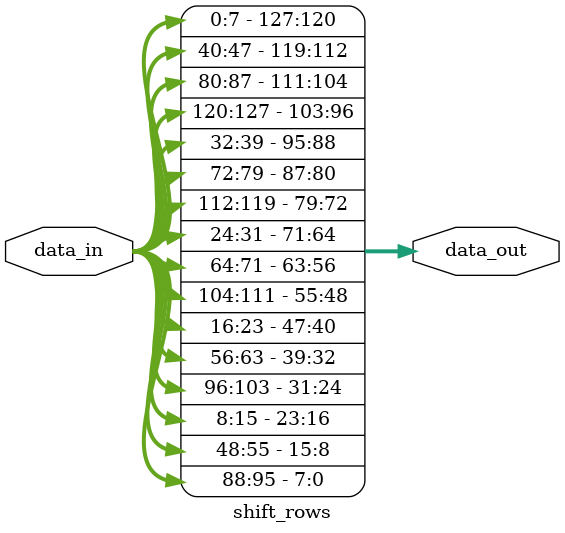
<source format=v>
module shift_rows(
  input [0:127] data_in,
  output reg [0:127] data_out
);
always @*
begin

data_out[0:7] = data_in[0:7];
data_out[8:15] = data_in[40:47];
data_out[16:23] = data_in[80:87];
data_out[24:31] = data_in[120:127];

data_out[32:39] = data_in[32:39];
data_out[40:47] = data_in[72:79];
data_out[48:55] = data_in[112:119];
data_out[56:63] = data_in[24:31];

data_out[64:71] = data_in[64:71];
data_out[72:79] = data_in[104:111];
data_out[80:87] = data_in[16:23];
data_out[88:95] = data_in[56:63];

data_out[96:103] = data_in[96:103];
data_out[104:111] = data_in[8:15];
data_out[112:119] = data_in[48:55];
data_out[120:127] = data_in[88:95];
end
endmodule

</source>
